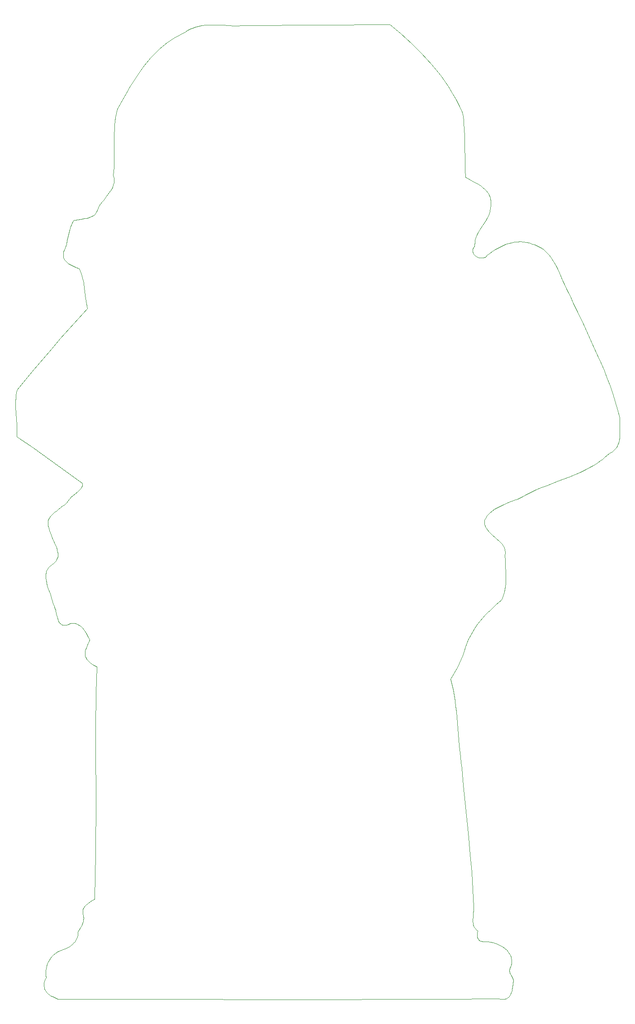
<source format=gm1>
G04 #@! TF.GenerationSoftware,KiCad,Pcbnew,5.1.5-52549c5~84~ubuntu19.10.1*
G04 #@! TF.CreationDate,2020-03-20T23:31:44-07:00*
G04 #@! TF.ProjectId,hw3-jason_bourne,6877332d-6a61-4736-9f6e-5f626f75726e,rev?*
G04 #@! TF.SameCoordinates,Original*
G04 #@! TF.FileFunction,Profile,NP*
%FSLAX46Y46*%
G04 Gerber Fmt 4.6, Leading zero omitted, Abs format (unit mm)*
G04 Created by KiCad (PCBNEW 5.1.5-52549c5~84~ubuntu19.10.1) date 2020-03-20 23:31:44*
%MOMM*%
%LPD*%
G04 APERTURE LIST*
%ADD10C,0.100000*%
G04 APERTURE END LIST*
D10*
X45795736Y-215449660D02*
X45795915Y-215449550D01*
X46871191Y-215973140D02*
X45795736Y-215449660D01*
X57190695Y-215963040D02*
X46871191Y-215973140D01*
X67510340Y-215970040D02*
X57190695Y-215963040D01*
X88149776Y-215998040D02*
X67510340Y-215970040D01*
X98469429Y-216002040D02*
X88149776Y-215998040D01*
X108788947Y-215987740D02*
X98469429Y-216002040D01*
X119108261Y-215946340D02*
X108788947Y-215987740D01*
X129427301Y-215869140D02*
X119108261Y-215946340D01*
X129638048Y-215923740D02*
X129427301Y-215869140D01*
X129837032Y-215960440D02*
X129638048Y-215923740D01*
X130024611Y-215979940D02*
X129837032Y-215960440D01*
X130201138Y-215982940D02*
X130024611Y-215979940D01*
X130366971Y-215970440D02*
X130201138Y-215982940D01*
X130522465Y-215943040D02*
X130366971Y-215970440D01*
X130667975Y-215901440D02*
X130522465Y-215943040D01*
X130803857Y-215846440D02*
X130667975Y-215901440D01*
X130930467Y-215778740D02*
X130803857Y-215846440D01*
X131048161Y-215699040D02*
X130930467Y-215778740D01*
X131258222Y-215506940D02*
X131048161Y-215699040D01*
X131436887Y-215276070D02*
X131258222Y-215506940D01*
X131587000Y-215012380D02*
X131436887Y-215276070D01*
X131711408Y-214721860D02*
X131587000Y-215012380D01*
X131812956Y-214410450D02*
X131711408Y-214721860D01*
X131894486Y-214084120D02*
X131812956Y-214410450D01*
X131958856Y-213748840D02*
X131894486Y-214084120D01*
X132047466Y-213075290D02*
X131958856Y-213748840D01*
X132101546Y-212437500D02*
X132047466Y-213075290D01*
X132055186Y-212270150D02*
X132101546Y-212437500D01*
X131994496Y-212108860D02*
X132055186Y-212270150D01*
X131844300Y-211799770D02*
X131994496Y-212108860D01*
X131679273Y-211501000D02*
X131844300Y-211799770D01*
X131527733Y-211203280D02*
X131679273Y-211501000D01*
X131465873Y-211051930D02*
X131527733Y-211203280D01*
X131418003Y-210897360D02*
X131465873Y-211051930D01*
X131387663Y-210738440D02*
X131418003Y-210897360D01*
X131378363Y-210573990D02*
X131387663Y-210738440D01*
X131393703Y-210402870D02*
X131378363Y-210573990D01*
X131437193Y-210223920D02*
X131393703Y-210402870D01*
X131512373Y-210035970D02*
X131437193Y-210223920D01*
X131622784Y-209837880D02*
X131512373Y-210035970D01*
X131688424Y-209566610D02*
X131622784Y-209837880D01*
X131731894Y-209303080D02*
X131688424Y-209566610D01*
X131754034Y-209047310D02*
X131731894Y-209303080D01*
X131755634Y-208799350D02*
X131754034Y-209047310D01*
X131737614Y-208559230D02*
X131755634Y-208799350D01*
X131700774Y-208326980D02*
X131737614Y-208559230D01*
X131645944Y-208102640D02*
X131700774Y-208326980D01*
X131573964Y-207886240D02*
X131645944Y-208102640D01*
X131485664Y-207677830D02*
X131573964Y-207886240D01*
X131381888Y-207477420D02*
X131485664Y-207677830D01*
X131263469Y-207285070D02*
X131381888Y-207477420D01*
X131131243Y-207100810D02*
X131263469Y-207285070D01*
X130828716Y-206756670D02*
X131131243Y-207100810D01*
X130480997Y-206445290D02*
X130828716Y-206756670D01*
X130094774Y-206166960D02*
X130480997Y-206445290D01*
X129676738Y-205921950D02*
X130094774Y-206166960D01*
X129233577Y-205710540D02*
X129676738Y-205921950D01*
X128771981Y-205533020D02*
X129233577Y-205710540D01*
X128298640Y-205389670D02*
X128771981Y-205533020D01*
X127820243Y-205280760D02*
X128298640Y-205389670D01*
X127343478Y-205206560D02*
X127820243Y-205280760D01*
X126875037Y-205167360D02*
X127343478Y-205206560D01*
X126602615Y-205186460D02*
X126875037Y-205167360D01*
X126360568Y-205179460D02*
X126602615Y-205186460D01*
X126147631Y-205148560D02*
X126360568Y-205179460D01*
X125962542Y-205094760D02*
X126147631Y-205148560D01*
X125804035Y-205019560D02*
X125962542Y-205094760D01*
X125670847Y-204924460D02*
X125804035Y-205019560D01*
X125561713Y-204810880D02*
X125670847Y-204924460D01*
X125475373Y-204680290D02*
X125561713Y-204810880D01*
X125410553Y-204534160D02*
X125475373Y-204680290D01*
X125366003Y-204373940D02*
X125410553Y-204534160D01*
X125340443Y-204201090D02*
X125366003Y-204373940D01*
X125332643Y-204017070D02*
X125340443Y-204201090D01*
X125365143Y-203621370D02*
X125332643Y-204017070D01*
X125453413Y-203198540D02*
X125365143Y-203621370D01*
X125192974Y-202996340D02*
X125453413Y-203198540D01*
X124982140Y-202776300D02*
X125192974Y-202996340D01*
X124816324Y-202539980D02*
X124982140Y-202776300D01*
X124690940Y-202288930D02*
X124816324Y-202539980D01*
X124601400Y-202024710D02*
X124690940Y-202288930D01*
X124543120Y-201748880D02*
X124601400Y-202024710D01*
X124511510Y-201462990D02*
X124543120Y-201748880D01*
X124502010Y-201168600D02*
X124511510Y-201462990D01*
X124530870Y-200560580D02*
X124502010Y-201168600D01*
X124593030Y-199937250D02*
X124530870Y-200560580D01*
X124651800Y-199311090D02*
X124593030Y-199937250D01*
X124668440Y-199000840D02*
X124651800Y-199311090D01*
X124670440Y-198694550D02*
X124668440Y-199000840D01*
X124609400Y-197070300D02*
X124670440Y-198694550D01*
X124526140Y-195446520D02*
X124609400Y-197070300D01*
X124423164Y-193823130D02*
X124526140Y-195446520D01*
X124302969Y-192200100D02*
X124423164Y-193823130D01*
X124020918Y-188954890D02*
X124302969Y-192200100D01*
X123699978Y-185710460D02*
X124020918Y-188954890D01*
X123021405Y-179222250D02*
X123699978Y-185710460D01*
X122703756Y-175977640D02*
X123021405Y-179222250D01*
X122427188Y-172732120D02*
X122703756Y-175977640D01*
X122296846Y-171693080D02*
X122427188Y-172732120D01*
X122181967Y-170648460D02*
X122296846Y-171693080D01*
X121985571Y-168547010D02*
X122181967Y-170648460D01*
X121635007Y-164326630D02*
X121985571Y-168547010D01*
X121428715Y-162225650D02*
X121635007Y-164326630D01*
X121306415Y-161181390D02*
X121428715Y-162225650D01*
X121167002Y-160142770D02*
X121306415Y-161181390D01*
X121007218Y-159110930D02*
X121167002Y-160142770D01*
X120823805Y-158086970D02*
X121007218Y-159110930D01*
X120613507Y-157072030D02*
X120823805Y-158086970D01*
X120373064Y-156067220D02*
X120613507Y-157072030D01*
X120799795Y-155386210D02*
X120373064Y-156067220D01*
X121206874Y-154681110D02*
X120799795Y-155386210D01*
X121592617Y-153954730D02*
X121206874Y-154681110D01*
X121955342Y-153209900D02*
X121592617Y-153954730D01*
X122293366Y-152449430D02*
X121955342Y-153209900D01*
X122605005Y-151676150D02*
X122293366Y-152449430D01*
X122888578Y-150892880D02*
X122605005Y-151676150D01*
X123142402Y-150102430D02*
X122888578Y-150892880D01*
X123373537Y-149420350D02*
X123142402Y-150102430D01*
X123641226Y-148761830D02*
X123373537Y-149420350D01*
X123943078Y-148125590D02*
X123641226Y-148761830D01*
X124276701Y-147510360D02*
X123943078Y-148125590D01*
X124639706Y-146914870D02*
X124276701Y-147510360D01*
X125029702Y-146337850D02*
X124639706Y-146914870D01*
X125444297Y-145778010D02*
X125029702Y-146337850D01*
X125881101Y-145234080D02*
X125444297Y-145778010D01*
X126337723Y-144704800D02*
X125881101Y-145234080D01*
X126811773Y-144188880D02*
X126337723Y-144704800D01*
X127300860Y-143685050D02*
X126811773Y-144188880D01*
X127802592Y-143192040D02*
X127300860Y-143685050D01*
X128834433Y-142233380D02*
X127802592Y-143192040D01*
X129888168Y-141302700D02*
X128834433Y-142233380D01*
X130108860Y-140825550D02*
X129888168Y-141302700D01*
X130287140Y-140334590D02*
X130108860Y-140825550D01*
X130426952Y-139831400D02*
X130287140Y-140334590D01*
X130532243Y-139317530D02*
X130426952Y-139831400D01*
X130606963Y-138794570D02*
X130532243Y-139317530D01*
X130655053Y-138264080D02*
X130606963Y-138794570D01*
X130680463Y-137727630D02*
X130655053Y-138264080D01*
X130687163Y-137186800D02*
X130680463Y-137727630D01*
X130660083Y-136098270D02*
X130687163Y-137186800D01*
X130605413Y-135011040D02*
X130660083Y-136098270D01*
X130554713Y-133937690D02*
X130605413Y-135011040D01*
X130539563Y-132890780D02*
X130554713Y-133937690D01*
X130560103Y-132610450D02*
X130539563Y-132890780D01*
X130553503Y-132343820D02*
X130560103Y-132610450D01*
X130521603Y-132090010D02*
X130553503Y-132343820D01*
X130466193Y-131848150D02*
X130521603Y-132090010D01*
X130389083Y-131617360D02*
X130466193Y-131848150D01*
X130292073Y-131396760D02*
X130389083Y-131617360D01*
X130176975Y-131185480D02*
X130292073Y-131396760D01*
X130045596Y-130982660D02*
X130176975Y-131185480D01*
X129741221Y-130598850D02*
X130045596Y-130982660D01*
X129393406Y-130238340D02*
X129741221Y-130598850D01*
X129016608Y-129894130D02*
X129393406Y-130238340D01*
X128625284Y-129559230D02*
X129016608Y-129894130D01*
X128233893Y-129226640D02*
X128625284Y-129559230D01*
X127856891Y-128889360D02*
X128233893Y-129226640D01*
X127508736Y-128540410D02*
X127856891Y-128889360D01*
X127203886Y-128172780D02*
X127508736Y-128540410D01*
X127072218Y-127979770D02*
X127203886Y-128172780D01*
X126956797Y-127779480D02*
X127072218Y-127979770D01*
X126859427Y-127571010D02*
X126956797Y-127779480D01*
X126781927Y-127353510D02*
X126859427Y-127571010D01*
X126726097Y-127126090D02*
X126781927Y-127353510D01*
X126693737Y-126887880D02*
X126726097Y-127126090D01*
X126686637Y-126638000D02*
X126693737Y-126887880D01*
X126706657Y-126375590D02*
X126686637Y-126638000D01*
X126840995Y-126117750D02*
X126706657Y-126375590D01*
X126989033Y-125874050D02*
X126840995Y-126117750D01*
X127150072Y-125643810D02*
X126989033Y-125874050D01*
X127323413Y-125426320D02*
X127150072Y-125643810D01*
X127508359Y-125220900D02*
X127323413Y-125426320D01*
X127704210Y-125026850D02*
X127508359Y-125220900D01*
X128125834Y-124670090D02*
X127704210Y-125026850D01*
X128582697Y-124350480D02*
X128125834Y-124670090D01*
X129069211Y-124062480D02*
X128582697Y-124350480D01*
X129579788Y-123800530D02*
X129069211Y-124062480D01*
X130108838Y-123559080D02*
X129579788Y-123800530D01*
X131200009Y-123115490D02*
X130108838Y-123559080D01*
X132298017Y-122687300D02*
X131200009Y-123115490D01*
X132835614Y-122465100D02*
X132298017Y-122687300D01*
X133358154Y-122230100D02*
X132835614Y-122465100D01*
X133860050Y-121976740D02*
X133358154Y-122230100D01*
X134335714Y-121699470D02*
X133860050Y-121976740D01*
X135314680Y-121201050D02*
X134335714Y-121699470D01*
X136315190Y-120740160D02*
X135314680Y-121201050D01*
X137332720Y-120309080D02*
X136315190Y-120740160D01*
X138362780Y-119900070D02*
X137332720Y-120309080D01*
X140442390Y-119117356D02*
X138362780Y-119900070D01*
X142517950Y-118330184D02*
X140442390Y-119117356D01*
X143542930Y-117915600D02*
X142517950Y-118330184D01*
X144553370Y-117476709D02*
X143542930Y-117915600D01*
X145544740Y-117005783D02*
X144553370Y-117476709D01*
X146512550Y-116495090D02*
X145544740Y-117005783D01*
X146986200Y-116222416D02*
X146512550Y-116495090D01*
X147452280Y-115936901D02*
X146986200Y-116222416D01*
X147910200Y-115637580D02*
X147452280Y-115936901D01*
X148359410Y-115323485D02*
X147910200Y-115637580D01*
X148799350Y-114993652D02*
X148359410Y-115323485D01*
X149229450Y-114647113D02*
X148799350Y-114993652D01*
X149649140Y-114282902D02*
X149229450Y-114647113D01*
X150057870Y-113900053D02*
X149649140Y-114282902D01*
X150302470Y-113774341D02*
X150057870Y-113900053D01*
X150526560Y-113639416D02*
X150302470Y-113774341D01*
X150731000Y-113495664D02*
X150526560Y-113639416D01*
X150916660Y-113343472D02*
X150731000Y-113495664D01*
X151084390Y-113183227D02*
X150916660Y-113343472D01*
X151235050Y-113015316D02*
X151084390Y-113183227D01*
X151369510Y-112840126D02*
X151235050Y-113015316D01*
X151488620Y-112658043D02*
X151369510Y-112840126D01*
X151593250Y-112469454D02*
X151488620Y-112658043D01*
X151684250Y-112274746D02*
X151593250Y-112469454D01*
X151828830Y-111868522D02*
X151684250Y-112274746D01*
X151929240Y-111442464D02*
X151828830Y-111868522D01*
X151992340Y-110999667D02*
X151929240Y-111442464D01*
X152025040Y-110543226D02*
X151992340Y-110999667D01*
X152034040Y-110076236D02*
X152025040Y-110543226D01*
X152009440Y-109122987D02*
X152034040Y-110076236D01*
X151973340Y-108164678D02*
X152009440Y-109122987D01*
X151968340Y-107691362D02*
X151973340Y-108164678D01*
X151981040Y-107226065D02*
X151968340Y-107691362D01*
X151608980Y-105737230D02*
X151981040Y-107226065D01*
X151187810Y-104261980D02*
X151608980Y-105737230D01*
X150722090Y-102799194D02*
X151187810Y-104261980D01*
X150216380Y-101347749D02*
X150722090Y-102799194D01*
X149675240Y-99906526D02*
X150216380Y-101347749D01*
X149103240Y-98474403D02*
X149675240Y-99906526D01*
X148504950Y-97050259D02*
X149103240Y-98474403D01*
X147884920Y-95632973D02*
X148504950Y-97050259D01*
X146597900Y-92814488D02*
X147884920Y-95632973D01*
X145278700Y-90009979D02*
X146597900Y-92814488D01*
X143963830Y-87210476D02*
X145278700Y-90009979D01*
X143319420Y-85809799D02*
X143963830Y-87210476D01*
X142689780Y-84407010D02*
X143319420Y-85809799D01*
X142321170Y-83760508D02*
X142689780Y-84407010D01*
X141977630Y-83082014D02*
X142321170Y-83760508D01*
X141651770Y-82379652D02*
X141977630Y-83082014D01*
X141336210Y-81661543D02*
X141651770Y-82379652D01*
X140706440Y-80210581D02*
X141336210Y-81661543D01*
X140377470Y-79493972D02*
X140706440Y-80210581D01*
X140029260Y-78794110D02*
X140377470Y-79493972D01*
X139654430Y-78119116D02*
X140029260Y-78794110D01*
X139245590Y-77477113D02*
X139654430Y-78119116D01*
X139026110Y-77171022D02*
X139245590Y-77477113D01*
X138795370Y-76876225D02*
X139026110Y-77171022D01*
X138552420Y-76593737D02*
X138795370Y-76876225D01*
X138296370Y-76324574D02*
X138552420Y-76593737D01*
X138026270Y-76069752D02*
X138296370Y-76324574D01*
X137741210Y-75830284D02*
X138026270Y-76069752D01*
X137440270Y-75607187D02*
X137741210Y-75830284D01*
X137122510Y-75401477D02*
X137440270Y-75607187D01*
X136787030Y-75214168D02*
X137122510Y-75401477D01*
X136432890Y-75046275D02*
X136787030Y-75214168D01*
X136059180Y-74898815D02*
X136432890Y-75046275D01*
X135664960Y-74772803D02*
X136059180Y-74898815D01*
X135096440Y-74578870D02*
X135664960Y-74772803D01*
X134530496Y-74443287D02*
X135096440Y-74578870D01*
X133967752Y-74362787D02*
X134530496Y-74443287D01*
X133408826Y-74334087D02*
X133967752Y-74362787D01*
X132854339Y-74353927D02*
X133408826Y-74334087D01*
X132304910Y-74419027D02*
X132854339Y-74353927D01*
X131761160Y-74526122D02*
X132304910Y-74419027D01*
X131223709Y-74671938D02*
X131761160Y-74526122D01*
X130693176Y-74853205D02*
X131223709Y-74671938D01*
X130170182Y-75066650D02*
X130693176Y-74853205D01*
X129655346Y-75309002D02*
X130170182Y-75066650D01*
X129149290Y-75576989D02*
X129655346Y-75309002D01*
X128652632Y-75867341D02*
X129149290Y-75576989D01*
X128165994Y-76176785D02*
X128652632Y-75867341D01*
X127689994Y-76502051D02*
X128165994Y-76176785D01*
X127225254Y-76839866D02*
X127689994Y-76502051D01*
X127127454Y-76961468D02*
X127225254Y-76839866D01*
X127020182Y-77066554D02*
X127127454Y-76961468D01*
X126904540Y-77155644D02*
X127020182Y-77066554D01*
X126781631Y-77229264D02*
X126904540Y-77155644D01*
X126652555Y-77287944D02*
X126781631Y-77229264D01*
X126518415Y-77332194D02*
X126652555Y-77287944D01*
X126239352Y-77379534D02*
X126518415Y-77332194D01*
X125953256Y-77375434D02*
X126239352Y-77379534D01*
X125668943Y-77324154D02*
X125953256Y-77375434D01*
X125395229Y-77229844D02*
X125668943Y-77324154D01*
X125140929Y-77096703D02*
X125395229Y-77229844D01*
X124914859Y-76928916D02*
X125140929Y-77096703D01*
X124725835Y-76730672D02*
X124914859Y-76928916D01*
X124582671Y-76506163D02*
X124725835Y-76730672D01*
X124531041Y-76385368D02*
X124582671Y-76506163D01*
X124494181Y-76259577D02*
X124531041Y-76385368D01*
X124473201Y-76129314D02*
X124494181Y-76259577D01*
X124469201Y-75995103D02*
X124473201Y-76129314D01*
X124483271Y-75857468D02*
X124469201Y-75995103D01*
X124516521Y-75716933D02*
X124483271Y-75857468D01*
X124570051Y-75574020D02*
X124516521Y-75716933D01*
X124644961Y-75429254D02*
X124570051Y-75574020D01*
X124742361Y-75283158D02*
X124644961Y-75429254D01*
X124863343Y-75136257D02*
X124742361Y-75283158D01*
X124856343Y-74857930D02*
X124863343Y-75136257D01*
X124868583Y-74586580D02*
X124856343Y-74857930D01*
X124898773Y-74321750D02*
X124868583Y-74586580D01*
X124945623Y-74062983D02*
X124898773Y-74321750D01*
X125007863Y-73809822D02*
X124945623Y-74062983D01*
X125084213Y-73561809D02*
X125007863Y-73809822D01*
X125274137Y-73079402D02*
X125084213Y-73561809D01*
X125505163Y-72612104D02*
X125274137Y-73079402D01*
X125767065Y-72156259D02*
X125505163Y-72612104D01*
X126342597Y-71264297D02*
X125767065Y-72156259D01*
X126918926Y-70374261D02*
X126342597Y-71264297D01*
X127181825Y-69920822D02*
X126918926Y-70374261D01*
X127414245Y-69456894D02*
X127181825Y-69920822D01*
X127605962Y-68978819D02*
X127414245Y-69456894D01*
X127683362Y-68733333D02*
X127605962Y-68978819D01*
X127746752Y-68482940D02*
X127683362Y-68733333D01*
X127794852Y-68227181D02*
X127746752Y-68482940D01*
X127826382Y-67965600D02*
X127794852Y-68227181D01*
X127840072Y-67697740D02*
X127826382Y-67965600D01*
X127834672Y-67423143D02*
X127840072Y-67697740D01*
X127857202Y-67152354D02*
X127834672Y-67423143D01*
X127860902Y-66892615D02*
X127857202Y-67152354D01*
X127846472Y-66643537D02*
X127860902Y-66892615D01*
X127814742Y-66404732D02*
X127846472Y-66643537D01*
X127766502Y-66175811D02*
X127814742Y-66404732D01*
X127702542Y-65956387D02*
X127766502Y-66175811D01*
X127623652Y-65746072D02*
X127702542Y-65956387D01*
X127530622Y-65544476D02*
X127623652Y-65746072D01*
X127424239Y-65351212D02*
X127530622Y-65544476D01*
X127305292Y-65165891D02*
X127424239Y-65351212D01*
X127032867Y-64817526D02*
X127305292Y-65165891D01*
X126719660Y-64496275D02*
X127032867Y-64817526D01*
X126371986Y-64199032D02*
X126719660Y-64496275D01*
X125996157Y-63922691D02*
X126371986Y-64199032D01*
X125598489Y-63664145D02*
X125996157Y-63922691D01*
X125185295Y-63420289D02*
X125598489Y-63664145D01*
X124762888Y-63188015D02*
X125185295Y-63420289D01*
X123915694Y-62745793D02*
X124762888Y-63188015D01*
X123107418Y-62312628D02*
X123915694Y-62745793D01*
X123046558Y-60792088D02*
X123107418Y-62312628D01*
X123018888Y-59268041D02*
X123046558Y-60792088D01*
X122992788Y-56216402D02*
X123018888Y-59268041D01*
X122959188Y-54692299D02*
X122992788Y-56216402D01*
X122888438Y-53171664D02*
X122959188Y-54692299D01*
X122833638Y-52413193D02*
X122888438Y-53171664D01*
X122762958Y-51656242D02*
X122833638Y-52413193D01*
X122674188Y-50901031D02*
X122762958Y-51656242D01*
X122565145Y-50147777D02*
X122674188Y-50901031D01*
X121985699Y-48939754D02*
X122565145Y-50147777D01*
X121359851Y-47755966D02*
X121985699Y-48939754D01*
X120689793Y-46596525D02*
X121359851Y-47755966D01*
X119977722Y-45461540D02*
X120689793Y-46596525D01*
X119225830Y-44351121D02*
X119977722Y-45461540D01*
X118436313Y-43265379D02*
X119225830Y-44351121D01*
X117611365Y-42204425D02*
X118436313Y-43265379D01*
X116753181Y-41168367D02*
X117611365Y-42204425D01*
X115863954Y-40157317D02*
X116753181Y-41168367D01*
X114945880Y-39171385D02*
X115863954Y-40157317D01*
X114001153Y-38210681D02*
X114945880Y-39171385D01*
X113031967Y-37275316D02*
X114001153Y-38210681D01*
X112040517Y-36365399D02*
X113031967Y-37275316D01*
X111028997Y-35481041D02*
X112040517Y-36365399D01*
X109999602Y-34622352D02*
X111028997Y-35481041D01*
X108954526Y-33789443D02*
X109999602Y-34622352D01*
X81922344Y-33891320D02*
X108954526Y-33789443D01*
X81199018Y-33954530D02*
X81922344Y-33891320D01*
X80465686Y-33979270D02*
X81199018Y-33954530D01*
X79724672Y-33974470D02*
X80465686Y-33979270D01*
X78978298Y-33949060D02*
X79724672Y-33974470D01*
X77478762Y-33872140D02*
X78978298Y-33949060D01*
X76730245Y-33838500D02*
X77478762Y-33872140D01*
X75985660Y-33819990D02*
X76730245Y-33838500D01*
X75247329Y-33825490D02*
X75985660Y-33819990D01*
X74517576Y-33864030D02*
X75247329Y-33825490D01*
X73798722Y-33944500D02*
X74517576Y-33864030D01*
X73093091Y-34075835D02*
X73798722Y-33944500D01*
X72745961Y-34163365D02*
X73093091Y-34075835D01*
X72403006Y-34266963D02*
X72745961Y-34163365D01*
X72064519Y-34387743D02*
X72403006Y-34266963D01*
X71730790Y-34526823D02*
X72064519Y-34387743D01*
X71402108Y-34685319D02*
X71730790Y-34526823D01*
X71078765Y-34864348D02*
X71402108Y-34685319D01*
X70761050Y-35065026D02*
X71078765Y-34864348D01*
X70449254Y-35288470D02*
X70761050Y-35065026D01*
X69883397Y-35549000D02*
X70449254Y-35288470D01*
X69333556Y-35828619D02*
X69883397Y-35549000D01*
X68799260Y-36126622D02*
X69333556Y-35828619D01*
X68280036Y-36442300D02*
X68799260Y-36126622D01*
X67775413Y-36774946D02*
X68280036Y-36442300D01*
X67284920Y-37123853D02*
X67775413Y-36774946D01*
X66808085Y-37488314D02*
X67284920Y-37123853D01*
X66344437Y-37867620D02*
X66808085Y-37488314D01*
X65893503Y-38261065D02*
X66344437Y-37867620D01*
X65454813Y-38667942D02*
X65893503Y-38261065D01*
X65027895Y-39087542D02*
X65454813Y-38667942D01*
X64612277Y-39519159D02*
X65027895Y-39087542D01*
X64207487Y-39962085D02*
X64612277Y-39519159D01*
X63813055Y-40415614D02*
X64207487Y-39962085D01*
X63053376Y-41351646D02*
X63813055Y-40415614D01*
X62329466Y-42321598D02*
X63053376Y-41351646D01*
X61637554Y-43319811D02*
X62329466Y-42321598D01*
X60973866Y-44340625D02*
X61637554Y-43319811D01*
X60334631Y-45378382D02*
X60973866Y-44340625D01*
X59716076Y-46427423D02*
X60334631Y-45378382D01*
X59114428Y-47482089D02*
X59716076Y-46427423D01*
X57946764Y-49585661D02*
X59114428Y-47482089D01*
X57773702Y-50322582D02*
X57946764Y-49585661D01*
X57636244Y-51069222D02*
X57773702Y-50322582D01*
X57530400Y-51824491D02*
X57636244Y-51069222D01*
X57452180Y-52587300D02*
X57530400Y-51824491D01*
X57397580Y-53356558D02*
X57452180Y-52587300D01*
X57362620Y-54131176D02*
X57397580Y-53356558D01*
X57335640Y-55692134D02*
X57362620Y-54131176D01*
X57341640Y-58830417D02*
X57335640Y-55692134D01*
X57310750Y-60390307D02*
X57341640Y-58830417D01*
X57272860Y-61164125D02*
X57310750Y-60390307D01*
X57214680Y-61932405D02*
X57272860Y-61164125D01*
X57271970Y-62180041D02*
X57214680Y-61932405D01*
X57311280Y-62419925D02*
X57271970Y-62180041D01*
X57333470Y-62652468D02*
X57311280Y-62419925D01*
X57339370Y-62878082D02*
X57333470Y-62652468D01*
X57329870Y-63097176D02*
X57339370Y-62878082D01*
X57305830Y-63310164D02*
X57329870Y-63097176D01*
X57217510Y-63719461D02*
X57305830Y-63310164D01*
X57081236Y-64109261D02*
X57217510Y-63719461D01*
X56903849Y-64482855D02*
X57081236Y-64109261D01*
X56692191Y-64843530D02*
X56903849Y-64482855D01*
X56453104Y-65194577D02*
X56692191Y-64843530D01*
X56193430Y-65539283D02*
X56453104Y-65194577D01*
X55920012Y-65880938D02*
X56193430Y-65539283D01*
X55359312Y-66568252D02*
X55920012Y-65880938D01*
X55085714Y-66920489D02*
X55359312Y-66568252D01*
X54825740Y-67282831D02*
X55085714Y-66920489D01*
X54586233Y-67658567D02*
X54825740Y-67282831D01*
X54374035Y-68050987D02*
X54586233Y-67658567D01*
X54248661Y-68434753D02*
X54374035Y-68050987D01*
X54086529Y-68764675D02*
X54248661Y-68434753D01*
X53890952Y-69045441D02*
X54086529Y-68764675D01*
X53665244Y-69281741D02*
X53890952Y-69045441D01*
X53412719Y-69478262D02*
X53665244Y-69281741D01*
X53136690Y-69639693D02*
X53412719Y-69478262D01*
X52840471Y-69770723D02*
X53136690Y-69639693D01*
X52527376Y-69876041D02*
X52840471Y-69770723D01*
X52200719Y-69960331D02*
X52527376Y-69876041D01*
X51863813Y-70028291D02*
X52200719Y-69960331D01*
X51172509Y-70133956D02*
X51863813Y-70028291D01*
X50479975Y-70230546D02*
X51172509Y-70133956D01*
X50141531Y-70287156D02*
X50479975Y-70230546D01*
X49812721Y-70355566D02*
X50141531Y-70287156D01*
X49641102Y-70621636D02*
X49812721Y-70355566D01*
X49489168Y-70902974D02*
X49641102Y-70621636D01*
X49354784Y-71197837D02*
X49489168Y-70902974D01*
X49235817Y-71504485D02*
X49354784Y-71197837D01*
X49035591Y-72146168D02*
X49235817Y-71504485D01*
X48871411Y-72814090D02*
X49035591Y-72146168D01*
X48582882Y-74172918D02*
X48871411Y-72814090D01*
X48424377Y-74835958D02*
X48582882Y-74172918D01*
X48233607Y-75469507D02*
X48424377Y-74835958D01*
X48031237Y-75896523D02*
X48233607Y-75469507D01*
X47899809Y-76287067D02*
X48031237Y-75896523D01*
X47834519Y-76643811D02*
X47899809Y-76287067D01*
X47830619Y-76969429D02*
X47834519Y-76643811D01*
X47883219Y-77266593D02*
X47830619Y-76969429D01*
X47987571Y-77537976D02*
X47883219Y-77266593D01*
X48138871Y-77786250D02*
X47987571Y-77537976D01*
X48332319Y-78014090D02*
X48138871Y-77786250D01*
X48563117Y-78224166D02*
X48332319Y-78014090D01*
X48826465Y-78419152D02*
X48563117Y-78224166D01*
X49117566Y-78601722D02*
X48826465Y-78419152D01*
X49431619Y-78774547D02*
X49117566Y-78601722D01*
X50109389Y-79101654D02*
X49431619Y-78774547D01*
X50821384Y-79421858D02*
X50109389Y-79101654D01*
X51017382Y-79839705D02*
X50821384Y-79421858D01*
X51185417Y-80271113D02*
X51017382Y-79839705D01*
X51328584Y-80714519D02*
X51185417Y-80271113D01*
X51449981Y-81168362D02*
X51328584Y-80714519D01*
X51552702Y-81631077D02*
X51449981Y-81168362D01*
X51639842Y-82101103D02*
X51552702Y-81631077D01*
X51779767Y-83056834D02*
X51639842Y-82101103D01*
X52008868Y-84987262D02*
X51779767Y-83056834D01*
X52147576Y-85936955D02*
X52008868Y-84987262D01*
X52233806Y-86402451D02*
X52147576Y-85936955D01*
X52335411Y-86859631D02*
X52233806Y-86402451D01*
X50648752Y-88717588D02*
X52335411Y-86859631D01*
X48974832Y-90586856D02*
X50648752Y-88717588D01*
X47313462Y-92467184D02*
X48974832Y-90586856D01*
X45664451Y-94358317D02*
X47313462Y-92467184D01*
X44027611Y-96260004D02*
X45664451Y-94358317D01*
X42402750Y-98171991D02*
X44027611Y-96260004D01*
X40789680Y-100094027D02*
X42402750Y-98171991D01*
X39188211Y-102025857D02*
X40789680Y-100094027D01*
X39075218Y-102541859D02*
X39188211Y-102025857D01*
X38992391Y-103067097D02*
X39075218Y-102541859D01*
X38936489Y-103600521D02*
X38992391Y-103067097D01*
X38904269Y-104141083D02*
X38936489Y-103600521D01*
X38892489Y-104687734D02*
X38904269Y-104141083D01*
X38897909Y-105239427D02*
X38892489Y-104687734D01*
X38947376Y-106353742D02*
X38897909Y-105239427D01*
X39110057Y-108596736D02*
X38947376Y-106353742D01*
X39171402Y-109708640D02*
X39110057Y-108596736D01*
X39185729Y-110258524D02*
X39171402Y-109708640D01*
X39184837Y-110802965D02*
X39185729Y-110258524D01*
X42251436Y-112954236D02*
X39184837Y-110802965D01*
X45310263Y-115116647D02*
X42251436Y-112954236D01*
X48356363Y-117296860D02*
X45310263Y-115116647D01*
X51384779Y-119501540D02*
X48356363Y-117296860D01*
X51419039Y-119712560D02*
X51384779Y-119501540D01*
X51399779Y-119919340D02*
X51419039Y-119712560D01*
X51333189Y-120122130D02*
X51399779Y-119919340D01*
X51225455Y-120321220D02*
X51333189Y-120122130D01*
X51082764Y-120516860D02*
X51225455Y-120321220D01*
X50911302Y-120709330D02*
X51082764Y-120516860D01*
X50506817Y-121085790D02*
X50911302Y-120709330D01*
X49624852Y-121812300D02*
X50506817Y-121085790D01*
X49246372Y-122166610D02*
X49624852Y-121812300D01*
X49094414Y-122342460D02*
X49246372Y-122166610D01*
X48975560Y-122517800D02*
X49094414Y-122342460D01*
X48730506Y-122851190D02*
X48975560Y-122517800D01*
X48432470Y-123171230D02*
X48730506Y-122851190D01*
X48093047Y-123480810D02*
X48432470Y-123171230D01*
X47723835Y-123782840D02*
X48093047Y-123480810D01*
X46942419Y-124375860D02*
X47723835Y-123782840D01*
X46553408Y-124672640D02*
X46942419Y-124375860D01*
X46180989Y-124973470D02*
X46553408Y-124672640D01*
X45836756Y-125281260D02*
X46180989Y-124973470D01*
X45532307Y-125598900D02*
X45836756Y-125281260D01*
X45279236Y-125929280D02*
X45532307Y-125598900D01*
X45175591Y-126100170D02*
X45279236Y-125929280D01*
X45089141Y-126275330D02*
X45175591Y-126100170D01*
X45021331Y-126455120D02*
X45089141Y-126275330D01*
X44973612Y-126639920D02*
X45021331Y-126455120D01*
X44947435Y-126830090D02*
X44973612Y-126639920D01*
X44944245Y-127025970D02*
X44947435Y-126830090D01*
X44965499Y-127227950D02*
X44944245Y-127025970D01*
X45012642Y-127436380D02*
X44965499Y-127227950D01*
X45087122Y-127651620D02*
X45012642Y-127436380D01*
X45190393Y-127874040D02*
X45087122Y-127651620D01*
X45264763Y-128304720D02*
X45190393Y-127874040D01*
X45390911Y-128746790D02*
X45264763Y-128304720D01*
X45556662Y-129197580D02*
X45390911Y-128746790D01*
X45749844Y-129654410D02*
X45556662Y-129197580D01*
X46169807Y-130575460D02*
X45749844Y-129654410D01*
X46372242Y-131034330D02*
X46169807Y-130575460D01*
X46553414Y-131488510D02*
X46372242Y-131034330D01*
X46701151Y-131935340D02*
X46553414Y-131488510D01*
X46803279Y-132372120D02*
X46701151Y-131935340D01*
X46833439Y-132585920D02*
X46803279Y-132372120D01*
X46847629Y-132796190D02*
X46833439Y-132585920D01*
X46844329Y-133002620D02*
X46847629Y-132796190D01*
X46822019Y-133204870D02*
X46844329Y-133002620D01*
X46779179Y-133402590D02*
X46822019Y-133204870D01*
X46714279Y-133595460D02*
X46779179Y-133402590D01*
X46625809Y-133783140D02*
X46714279Y-133595460D01*
X46512241Y-133965300D02*
X46625809Y-133783140D01*
X46372055Y-134141600D02*
X46512241Y-133965300D01*
X46203728Y-134311710D02*
X46372055Y-134141600D01*
X46005739Y-134475290D02*
X46203728Y-134311710D01*
X45776566Y-134632000D02*
X46005739Y-134475290D01*
X45542441Y-134810420D02*
X45776566Y-134632000D01*
X45336704Y-134996350D02*
X45542441Y-134810420D01*
X45158059Y-135189370D02*
X45336704Y-134996350D01*
X45005208Y-135389100D02*
X45158059Y-135189370D01*
X44876853Y-135595120D02*
X45005208Y-135389100D01*
X44771696Y-135807030D02*
X44876853Y-135595120D01*
X44688440Y-136024430D02*
X44771696Y-135807030D01*
X44625787Y-136246920D02*
X44688440Y-136024430D01*
X44582440Y-136474090D02*
X44625787Y-136246920D01*
X44557101Y-136705540D02*
X44582440Y-136474090D01*
X44548471Y-136940860D02*
X44557101Y-136705540D01*
X44555251Y-137179650D02*
X44548471Y-136940860D01*
X44609867Y-137666050D02*
X44555251Y-137179650D01*
X44710563Y-138161500D02*
X44609867Y-137666050D01*
X44846957Y-138662780D02*
X44710563Y-138161500D01*
X45008668Y-139166660D02*
X44846957Y-138662780D01*
X45366520Y-140169310D02*
X45008668Y-139166660D01*
X45701070Y-141143670D02*
X45366520Y-140169310D01*
X45833655Y-141612170D02*
X45701070Y-141143670D01*
X45929275Y-142063920D02*
X45833655Y-141612170D01*
X46071423Y-142295170D02*
X45929275Y-142063920D01*
X46190915Y-142571240D02*
X46071423Y-142295170D01*
X46293090Y-142882930D02*
X46190915Y-142571240D01*
X46383290Y-143221030D02*
X46293090Y-142882930D01*
X46549138Y-143939640D02*
X46383290Y-143221030D01*
X46731187Y-144653420D02*
X46549138Y-143939640D01*
X46841642Y-144985480D02*
X46731187Y-144653420D01*
X46972171Y-145288720D02*
X46841642Y-144985480D01*
X47128117Y-145553920D02*
X46972171Y-145288720D01*
X47217287Y-145669390D02*
X47128117Y-145553920D01*
X47314817Y-145771890D02*
X47217287Y-145669390D01*
X47421372Y-145860290D02*
X47314817Y-145771890D01*
X47537620Y-145933390D02*
X47421372Y-145860290D01*
X47664229Y-145990090D02*
X47537620Y-145933390D01*
X47801865Y-146029190D02*
X47664229Y-145990090D01*
X47951197Y-146049590D02*
X47801865Y-146029190D01*
X48112892Y-146050160D02*
X47951197Y-146049590D01*
X48287618Y-146029760D02*
X48112892Y-146050160D01*
X48476043Y-145987160D02*
X48287618Y-146029760D01*
X48678907Y-145892560D02*
X48476043Y-145987160D01*
X48876747Y-145816460D02*
X48678907Y-145892560D01*
X49069615Y-145758260D02*
X48876747Y-145816460D01*
X49257565Y-145717260D02*
X49069615Y-145758260D01*
X49440649Y-145692760D02*
X49257565Y-145717260D01*
X49618918Y-145683760D02*
X49440649Y-145692760D01*
X49961223Y-145710960D02*
X49618918Y-145683760D01*
X50284901Y-145793160D02*
X49961223Y-145710960D01*
X50590369Y-145924900D02*
X50284901Y-145793160D01*
X50878047Y-146100640D02*
X50590369Y-145924900D01*
X51148354Y-146314900D02*
X50878047Y-146100640D01*
X51401709Y-146562190D02*
X51148354Y-146314900D01*
X51638530Y-146837010D02*
X51401709Y-146562190D01*
X51859237Y-147133880D02*
X51638530Y-146837010D01*
X52064248Y-147447300D02*
X51859237Y-147133880D01*
X52253983Y-147771790D02*
X52064248Y-147447300D01*
X52428860Y-148101850D02*
X52253983Y-147771790D01*
X52735718Y-148756730D02*
X52428860Y-148101850D01*
X52652428Y-149058610D02*
X52735718Y-148756730D01*
X52541467Y-149360300D02*
X52652428Y-149058610D01*
X52279669Y-149964980D02*
X52541467Y-149360300D01*
X52150399Y-150268890D02*
X52279669Y-149964980D01*
X52036594Y-150574470D02*
X52150399Y-150268890D01*
X51949034Y-150882170D02*
X52036594Y-150574470D01*
X51898504Y-151192450D02*
X51949034Y-150882170D01*
X51895804Y-151505780D02*
X51898504Y-151192450D01*
X51915744Y-151663740D02*
X51895804Y-151505780D01*
X51951684Y-151822620D02*
X51915744Y-151663740D01*
X52004964Y-151982510D02*
X51951684Y-151822620D01*
X52076944Y-152143440D02*
X52004964Y-151982510D01*
X52168964Y-152305480D02*
X52076944Y-152143440D01*
X52282371Y-152468680D02*
X52168964Y-152305480D01*
X52418515Y-152633110D02*
X52282371Y-152468680D01*
X52578744Y-152798820D02*
X52418515Y-152633110D01*
X52764405Y-152965870D02*
X52578744Y-152798820D01*
X52976847Y-153134310D02*
X52764405Y-152965870D01*
X53217417Y-153304210D02*
X52976847Y-153134310D01*
X53487464Y-153475620D02*
X53217417Y-153304210D01*
X54121377Y-153823210D02*
X53487464Y-153475620D01*
X54032647Y-156337130D02*
X54121377Y-153823210D01*
X53969117Y-158684720D02*
X54032647Y-156337130D01*
X53927187Y-160907280D02*
X53969117Y-158684720D01*
X53903247Y-163046100D02*
X53927187Y-160907280D01*
X53894947Y-167237700D02*
X53903247Y-163046100D01*
X53915327Y-171589850D02*
X53894947Y-167237700D01*
X53935587Y-176432920D02*
X53915327Y-171589850D01*
X53926887Y-182097240D02*
X53935587Y-176432920D01*
X53902657Y-185340600D02*
X53926887Y-182097240D01*
X53860367Y-188913160D02*
X53902657Y-185340600D01*
X53796417Y-192856210D02*
X53860367Y-188913160D01*
X53707207Y-197211040D02*
X53796417Y-192856210D01*
X52969089Y-197663430D02*
X53707207Y-197211040D01*
X52408510Y-198060190D02*
X52969089Y-197663430D01*
X52187753Y-198240830D02*
X52408510Y-198060190D01*
X52002925Y-198411310D02*
X52187753Y-198240830D01*
X51851209Y-198572860D02*
X52002925Y-198411310D01*
X51729787Y-198726740D02*
X51851209Y-198572860D01*
X51635837Y-198874200D02*
X51729787Y-198726740D01*
X51566547Y-199016480D02*
X51635837Y-198874200D01*
X51519097Y-199154820D02*
X51566547Y-199016480D01*
X51490667Y-199290470D02*
X51519097Y-199154820D01*
X51479597Y-199558710D02*
X51490667Y-199290470D01*
X51510797Y-199831150D02*
X51479597Y-199558710D01*
X51609797Y-200428550D02*
X51510797Y-199831150D01*
X51632517Y-200773450D02*
X51609797Y-200428550D01*
X51607317Y-201162440D02*
X51632517Y-200773450D01*
X51569707Y-201376590D02*
X51607317Y-201162440D01*
X51511657Y-201605500D02*
X51569707Y-201376590D01*
X51430357Y-201850430D02*
X51511657Y-201605500D01*
X51322986Y-202112600D02*
X51430357Y-201850430D01*
X51186725Y-202393290D02*
X51322986Y-202112600D01*
X51018758Y-202693720D02*
X51186725Y-202393290D01*
X50816266Y-203015140D02*
X51018758Y-202693720D01*
X50576430Y-203358810D02*
X50816266Y-203015140D01*
X50586500Y-203673710D02*
X50576430Y-203358810D01*
X50558320Y-203975850D02*
X50586500Y-203673710D01*
X50494980Y-204264820D02*
X50558320Y-203975850D01*
X50399580Y-204540170D02*
X50494980Y-204264820D01*
X50275215Y-204801470D02*
X50399580Y-204540170D01*
X50124980Y-205048310D02*
X50275215Y-204801470D01*
X49951971Y-205280250D02*
X50124980Y-205048310D01*
X49759284Y-205496850D02*
X49951971Y-205280250D01*
X49550015Y-205697700D02*
X49759284Y-205496850D01*
X49327259Y-205882350D02*
X49550015Y-205697700D01*
X49094112Y-206050380D02*
X49327259Y-205882350D01*
X48853671Y-206201370D02*
X49094112Y-206050380D01*
X48609031Y-206334870D02*
X48853671Y-206201370D01*
X48363287Y-206450470D02*
X48609031Y-206334870D01*
X48119536Y-206547770D02*
X48363287Y-206450470D01*
X47880873Y-206626270D02*
X48119536Y-206547770D01*
X47445838Y-206772120D02*
X47880873Y-206626270D01*
X47038116Y-206952780D02*
X47445838Y-206772120D01*
X46658464Y-207166140D02*
X47038116Y-206952780D01*
X46307636Y-207410050D02*
X46658464Y-207166140D01*
X45986388Y-207682390D02*
X46307636Y-207410050D01*
X45695476Y-207981030D02*
X45986388Y-207682390D01*
X45435655Y-208303840D02*
X45695476Y-207981030D01*
X45207679Y-208648680D02*
X45435655Y-208303840D01*
X45012306Y-209013430D02*
X45207679Y-208648680D01*
X44850289Y-209395950D02*
X45012306Y-209013430D01*
X44722384Y-209794120D02*
X44850289Y-209395950D01*
X44629347Y-210205800D02*
X44722384Y-209794120D01*
X44571933Y-210628860D02*
X44629347Y-210205800D01*
X44550898Y-211061180D02*
X44571933Y-210628860D01*
X44566996Y-211500620D02*
X44550898Y-211061180D01*
X44620984Y-211945050D02*
X44566996Y-211500620D01*
X44474629Y-212180100D02*
X44620984Y-211945050D01*
X44361689Y-212425930D02*
X44474629Y-212180100D01*
X44281283Y-212679760D02*
X44361689Y-212425930D01*
X44232531Y-212938850D02*
X44281283Y-212679760D01*
X44214552Y-213200410D02*
X44232531Y-212938850D01*
X44226465Y-213461680D02*
X44214552Y-213200410D01*
X44267389Y-213719900D02*
X44226465Y-213461680D01*
X44336444Y-213972280D02*
X44267389Y-213719900D01*
X44432749Y-214216080D02*
X44336444Y-213972280D01*
X44555424Y-214448510D02*
X44432749Y-214216080D01*
X44703587Y-214666820D02*
X44555424Y-214448510D01*
X44876359Y-214868230D02*
X44703587Y-214666820D01*
X45072859Y-215049970D02*
X44876359Y-214868230D01*
X45292205Y-215209290D02*
X45072859Y-215049970D01*
X45533517Y-215343400D02*
X45292205Y-215209290D01*
X45795915Y-215449550D02*
X45533517Y-215343400D01*
M02*

</source>
